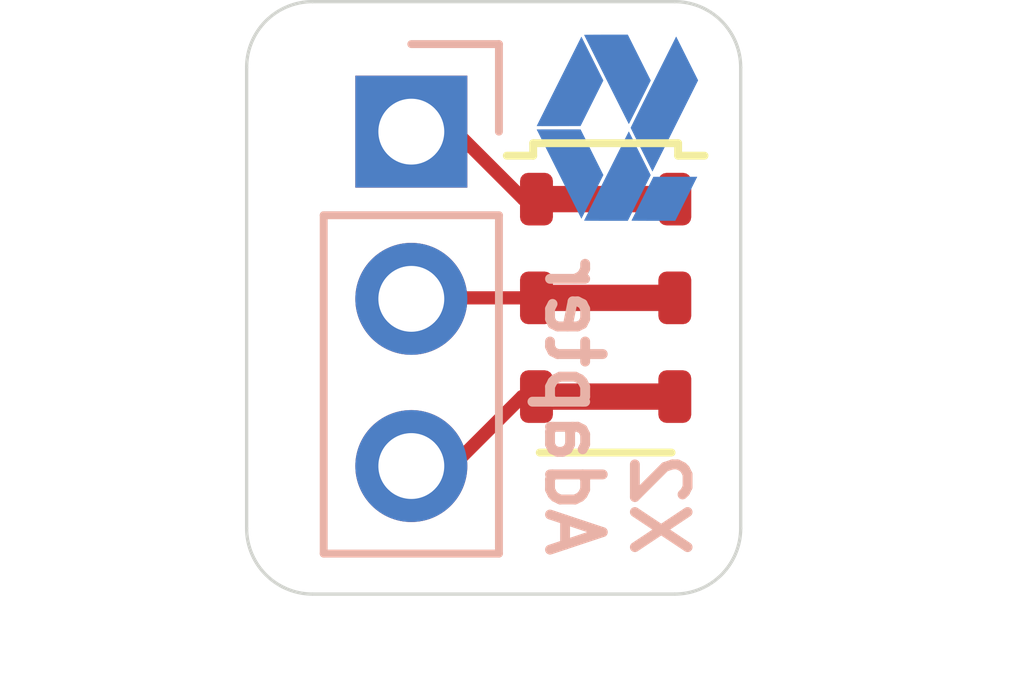
<source format=kicad_pcb>
(kicad_pcb (version 20240108) (generator "pcbnew") (generator_version "8.0")
  (layers (0 "F.Cu" signal) (31 "B.Cu" signal) (34 "B.Paste" user) (35 "F.Paste" user) (36 "B.SilkS" user "B.Silkscreen") (37 "F.SilkS" user "F.Silkscreen") (38 "B.Mask" user) (39 "F.Mask" user) (44 "Edge.Cuts" user))
  (net 0 "")
  (net 1 "Net-(J1-Pin_1)")
  (net 2 "Net-(J1-Pin_3)")
  (net 3 "Net-(J1-Pin_2)")
  (footprint "Crystal:Resonator_SMD_Murata_CSTCR_4.5x2x1.15mm" (layer "F.Cu") (at 150 107.325)
    (property "Reference" "Y1" (hide yes))
    (property "Value" "Resonator_Small")
    (fp_line (start -1.1 -2.35) (end -1.1 -2.16) (stroke (width 0.12)) (layer "F.SilkS"))
    (fp_line (start -1.1 -2.16) (end -1.5 -2.16) (stroke (width 0.12)) (layer "F.SilkS"))
    (fp_line (start 1 2.35) (end -1 2.35) (stroke (width 0.12)) (layer "F.SilkS"))
    (fp_line (start 1.1 -2.35) (end -1.1 -2.35) (stroke (width 0.12)) (layer "F.SilkS"))
    (fp_line (start 1.1 -2.35) (end 1.1 -2.16) (stroke (width 0.12)) (layer "F.SilkS"))
    (fp_line (start 1.1 -2.16) (end 1.5 -2.16) (stroke (width 0.12)) (layer "F.SilkS"))
    (pad "1" smd roundrect (at -1.05 -1.5) (size 0.5 0.8) (layers "F.Cu" "F.Paste" "F.Mask") (net 1 "Net-(J1-Pin_1)"))
    (pad "1" smd rect (at 0 -1.5 270) (size 0.4 1.7) (layers "F.Cu" "F.Paste" "F.Mask") (net 1 "Net-(J1-Pin_1)"))
    (pad "1" smd roundrect (at 1.05 -1.5) (size 0.5 0.8) (layers "F.Cu" "F.Paste" "F.Mask") (net 1 "Net-(J1-Pin_1)"))
    (pad "2" smd roundrect (at -1.05 0) (size 0.5 0.8) (layers "F.Cu" "F.Paste" "F.Mask") (net 3 "Net-(J1-Pin_2)"))
    (pad "2" smd rect (at 0 0 270) (size 0.4 1.7) (layers "F.Cu" "F.Paste" "F.Mask") (net 3 "Net-(J1-Pin_2)"))
    (pad "2" smd roundrect (at 1.05 0) (size 0.5 0.8) (layers "F.Cu" "F.Paste" "F.Mask") (net 3 "Net-(J1-Pin_2)"))
    (pad "3" smd roundrect (at -1.05 1.5) (size 0.5 0.8) (layers "F.Cu" "F.Paste" "F.Mask") (net 2 "Net-(J1-Pin_3)"))
    (pad "3" smd rect (at 0 1.5 270) (size 0.4 1.7) (layers "F.Cu" "F.Paste" "F.Mask") (net 2 "Net-(J1-Pin_3)"))
    (pad "3" smd roundrect (at 1.05 1.5) (size 0.5 0.8) (layers "F.Cu" "F.Paste" "F.Mask") (net 2 "Net-(J1-Pin_3)"))
  )
  (footprint "Connector_PinHeader_2.54mm:PinHeader_1x03_P2.54mm_Vertical" (layer "B.Cu") (at 147.05 104.8 180)
    (property "Reference" "J1" (hide yes))
    (property "Value" "Conn_01x03_Pin")
    (fp_line (start 1.33 -1.27) (end -1.33 -1.27) (stroke (width 0.12)) (layer "B.SilkS"))
    (fp_line (start 1.33 -6.41) (end 1.33 -1.27) (stroke (width 0.12)) (layer "B.SilkS"))
    (fp_line (start 1.33 -6.41) (end -1.33 -6.41) (stroke (width 0.12)) (layer "B.SilkS"))
    (fp_line (start 0 1.33) (end -1.33 1.33) (stroke (width 0.12)) (layer "B.SilkS"))
    (fp_line (start -1.33 1.33) (end -1.33 0) (stroke (width 0.12)) (layer "B.SilkS"))
    (fp_line (start -1.33 -6.41) (end -1.33 -1.27) (stroke (width 0.12)) (layer "B.SilkS"))
    (pad "1" thru_hole rect (at 0 0 180) (size 1.7 1.7) (drill 1) (layers "*.Cu" "*.Mask") (net 1 "Net-(J1-Pin_1)"))
    (pad "2" thru_hole oval (at 0 -2.54 180) (size 1.7 1.7) (drill 1) (layers "*.Cu" "*.Mask") (net 3 "Net-(J1-Pin_2)"))
    (pad "3" thru_hole oval (at 0 -5.08 180) (size 1.7 1.7) (drill 1) (layers "*.Cu" "*.Mask") (net 2 "Net-(J1-Pin_3)"))
  )
  (footprint "Custom:KS_Logo" (layer "B.Cu") (at 150.05 104.825 90)
    (property "Reference" "G***" (hide yes))
    (property "Value" "LOGO" (hide yes))
    (fp_poly (pts (xy -0.6604 1.007702) (xy -0.6604 0.674309) (xy -0.992724 0.508164) (xy -1.042218 0.483431) (xy -1.08953 0.459811) (xy -1.134115 0.437576) (xy -1.175426 0.416995) (xy -1.212919 0.398342) (xy -1.246048 0.381885) (xy -1.274268 0.367897) (xy -1.297032 0.356648) (xy -1.313796 0.348409) (xy -1.324014 0.343451) (xy -1.327157 0.342018) (xy -1.327489 0.346145) (xy -1.327804 0.358098) (xy -1.3281 0.377239) (xy -1.328371 0.402928) (xy -1.328614 0.434524) (xy -1.328825 0.471389) (xy -1.328999 0.512882) (xy -1.329134 0.558364) (xy -1.329223 0.607195) (xy -1.329265 0.658736) (xy -1.329267 0.674329) (xy -1.329267 1.006641) (xy -0.994834 1.173868) (xy -0.6604 1.341095)) (fill solid) (layer "B.Cu"))
    (fp_poly (pts (xy 1.135583 -0.251173) (xy 1.469003 -0.41784) (xy 0.790593 -0.757343) (xy 0.719497 -0.792918) (xy 0.650441 -0.827463) (xy 0.583806 -0.860788) (xy 0.519971 -0.892704) (xy 0.459316 -0.923022) (xy 0.402222 -0.95155) (xy 0.349068 -0.9781) (xy 0.300235 -1.002482) (xy 0.256104 -1.024505) (xy 0.217053 -1.043981) (xy 0.183464 -1.060719) (xy 0.155715 -1.07453) (xy 0.134189 -1.085224) (xy 0.119264 -1.09261) (xy 0.111321 -1.0965) (xy 0.110066 -1.097081) (xy 0.109746 -1.092991) (xy 0.109466 -1.081073) (xy 0.109228 -1.061965) (xy 0.109033 -1.036304) (xy 0.108885 -1.004729) (xy 0.108785 -0.967878) (xy 0.108735 -0.926389) (xy 0.108738 -0.8809) (xy 0.108795 -0.832049) (xy 0.108908 -0.780474) (xy 0.108956 -0.76397) (xy 0.109962 -0.430626) (xy 0.456062 -0.257566) (xy 0.802163 -0.084506)) (fill solid) (layer "B.Cu"))
    (fp_poly (pts (xy 1.137702 1.1871) (xy 1.471066 1.020407) (xy 0.779988 0.674862) (xy 0.708173 0.63897) (xy 0.638364 0.60411) (xy 0.57094 0.570472) (xy 0.506279 0.538242) (xy 0.444761 0.507609) (xy 0.386763 0.47876) (xy 0.332666 0.451883) (xy 0.282848 0.427167) (xy 0.237688 0.404799) (xy 0.197565 0.384966) (xy 0.162857 0.367857) (xy 0.133944 0.35366) (xy 0.111204 0.342563) (xy 0.095016 0.334752) (xy 0.085759 0.330417) (xy 0.083613 0.329551) (xy 0.079117 0.331441) (xy 0.067608 0.336861) (xy 0.049642 0.345535) (xy 0.025772 0.357191) (xy -0.003448 0.371556) (xy -0.037465 0.388356) (xy -0.075726 0.407317) (xy -0.117675 0.428167) (xy -0.162761 0.450632) (xy -0.210428 0.474439) (xy -0.251875 0.495181) (xy -0.582067 0.660579) (xy 0.111135 1.007186) (xy 0.804338 1.353792)) (fill solid) (layer "B.Cu"))
    (fp_poly (pts (xy -0.287213 -0.257325) (xy 0.059266 -0.430523) (xy 0.059266 -0.763919) (xy 0.059253 -0.816219) (xy 0.059215 -0.865995) (xy 0.059155 -0.912611) (xy 0.059073 -0.955428) (xy 0.058973 -0.993806) (xy 0.058856 -1.027109) (xy 0.058724 -1.054697) (xy 0.058579 -1.075932) (xy 0.058424 -1.090176) (xy 0.058261 -1.096791) (xy 0.058208 -1.097192) (xy 0.054374 -1.095316) (xy 0.043348 -1.089839) (xy 0.025511 -1.080951) (xy 0.001241 -1.068843) (xy -0.02908 -1.053703) (xy -0.065074 -1.035722) (xy -0.106361 -1.01509) (xy -0.152561 -0.991996) (xy -0.203295 -0.96663) (xy -0.258183 -0.939182) (xy -0.316845 -0.909841) (xy -0.378902 -0.878798) (xy -0.443973 -0.846242) (xy -0.51168 -0.812364) (xy -0.581642 -0.777352) (xy -0.620184 -0.758062) (xy -0.691208 -0.722512) (xy -0.760181 -0.687984) (xy -0.826723 -0.654669) (xy -0.890455 -0.622757) (xy -0.950995 -0.592439) (xy -1.007966 -0.563903) (xy -1.060987 -0.537342) (xy -1.109678 -0.512945) (xy -1.153659 -0.490902) (xy -1.192552 -0.471404) (xy -1.225976 -0.45464) (xy -1.253552 -0.440802) (xy -1.2749 -0.430079) (xy -1.289639 -0.422661) (xy -1.297392 -0.41874) (xy -1.298539 -0.418143) (xy -1.294996 -0.416159) (xy -1.284417 -0.410665) (xy -1.26734 -0.401932) (xy -1.244304 -0.390232) (xy -1.215847 -0.375837) (xy -1.182509 -0.359019) (xy -1.144828 -0.340048) (xy -1.103342 -0.319198) (xy -1.05859 -0.29674) (xy -1.01111 -0.272945) (xy -0.966626 -0.250679) (xy -0.633692 -0.084127)) (fill solid) (layer "B.Cu"))
    (fp_poly (pts (xy 1.150505 0.461032) (xy 1.498599 0.286974) (xy 1.498599 -0.045336) (xy 1.498559 -0.097546) (xy 1.498445 -0.147229) (xy 1.498262 -0.193747) (xy 1.498017 -0.23646) (xy 1.497715 -0.27473) (xy 1.497363 -0.307917) (xy 1.496967 -0.335383) (xy 1.496532 -0.356488) (xy 1.496066 -0.370593) (xy 1.495573 -0.377059) (xy 1.495424 -0.377414) (xy 1.491365 -0.375525) (xy 1.480117 -0.370034) (xy 1.462062 -0.361132) (xy 1.437582 -0.349008) (xy 1.407057 -0.333854) (xy 1.37087 -0.315858) (xy 1.329402 -0.295212) (xy 1.283033 -0.272104) (xy 1.232147 -0.246727) (xy 1.177124 -0.219268) (xy 1.118345 -0.18992) (xy 1.056193 -0.158871) (xy 0.991049 -0.126313) (xy 0.923293 -0.092434) (xy 0.853309 -0.057426) (xy 0.815974 -0.038745) (xy 0.745014 -0.003222) (xy 0.676117 0.031289) (xy 0.609662 0.0646) (xy 0.546028 0.096518) (xy 0.485594 0.126852) (xy 0.42874 0.155411) (xy 0.375845 0.182006) (xy 0.327289 0.206444) (xy 0.283451 0.228535) (xy 0.24471 0.248088) (xy 0.211446 0.264911) (xy 0.184037 0.278814) (xy 0.162865 0.289605) (xy 0.148306 0.297095) (xy 0.140742 0.30109) (xy 0.139699 0.301726) (xy 0.143397 0.303878) (xy 0.15413 0.309534) (xy 0.171355 0.318419) (xy 0.19453 0.330258) (xy 0.223113 0.344777) (xy 0.256562 0.361701) (xy 0.294333 0.380757) (xy 0.335885 0.401668) (xy 0.380675 0.424162) (xy 0.428162 0.447964) (xy 0.471055 0.469426) (xy 0.802411 0.635089)) (fill solid) (layer "B.Cu"))
    (fp_poly (pts (xy -0.303712 0.468572) (xy -0.254306 0.443865) (xy -0.207094 0.420243) (xy -0.162624 0.397978) (xy -0.121441 0.377344) (xy -0.084089 0.358615) (xy -0.051115 0.342065) (xy -0.023063 0.327967) (xy -0.00048 0.316596) (xy 0.016088 0.308225) (xy 0.026098 0.303128) (xy 0.029043 0.301572) (xy 0.025469 0.299594) (xy 0.014781 0.294064) (xy -0.002559 0.285215) (xy -0.02609 0.273278) (xy -0.05535 0.258483) (xy -0.089878 0.241062) (xy -0.129211 0.221245) (xy -0.17289 0.199264) (xy -0.220451 0.175351) (xy -0.271434 0.149735) (xy -0.325378 0.12265) (xy -0.38182 0.094324) (xy -0.440299 0.06499) (xy -0.500354 0.034879) (xy -0.561523 0.004221) (xy -0.623345 -0.026752) (xy -0.685359 -0.057809) (xy -0.747102 -0.088718) (xy -0.808114 -0.11925) (xy -0.867932 -0.149172) (xy -0.926096 -0.178253) (xy -0.982143 -0.206263) (xy -1.035613 -0.23297) (xy -1.086044 -0.258143) (xy -1.132975 -0.281551) (xy -1.175943 -0.302962) (xy -1.214488 -0.322147) (xy -1.248148 -0.338873) (xy -1.276461 -0.35291) (xy -1.298966 -0.364026) (xy -1.315202 -0.37199) (xy -1.324707 -0.376571) (xy -1.327145 -0.377648) (xy -1.327478 -0.373521) (xy -1.327796 -0.361567) (xy -1.328093 -0.342426) (xy -1.328366 -0.316738) (xy -1.32861 -0.285141) (xy -1.328822 -0.248277) (xy -1.328998 -0.206784) (xy -1.329133 -0.161302) (xy -1.329223 -0.11247) (xy -1.329265 -0.06093) (xy -1.329267 -0.045336) (xy -1.329267 0.286974) (xy -0.982104 0.460566) (xy -0.634941 0.634158)) (fill solid) (layer "B.Cu"))
  )
  (gr_line (start 144.55 103.825) (end 144.55 110.825) (stroke (width 0.05)) (layer "Edge.Cuts"))
  (gr_arc (start 144.55 103.825) (mid 144.842893 103.117893) (end 145.55 102.825) (stroke (width 0.05)) (layer "Edge.Cuts"))
  (gr_arc (start 151.05 102.825) (mid 151.757107 103.117893) (end 152.05 103.825) (stroke (width 0.05)) (layer "Edge.Cuts"))
  (gr_line (start 152.05 110.825) (end 152.05 103.825) (stroke (width 0.05)) (layer "Edge.Cuts"))
  (gr_line (start 145.55 111.825) (end 151.05 111.825) (stroke (width 0.05)) (layer "Edge.Cuts"))
  (gr_arc (start 152.05 110.825) (mid 151.757107 111.532107) (end 151.05 111.825) (stroke (width 0.05)) (layer "Edge.Cuts"))
  (gr_arc (start 145.55 111.825) (mid 144.842893 111.532107) (end 144.55 110.825) (stroke (width 0.05)) (layer "Edge.Cuts"))
  (gr_line (start 151.05 102.825) (end 145.55 102.825) (stroke (width 0.05)) (layer "Edge.Cuts"))
  (gr_text "X2\nAdapter" (at 149.05 111.325 270) (layer "B.SilkS") (effects (font (size 0.8 0.8)) (justify left bottom mirror)))
  (segment (start 148.751 105.825) (end 150 105.825) (width 0.2) (layer "F.Cu") (net 1))
  (segment (start 147.726 104.8) (end 148.751 105.825) (width 0.2) (layer "F.Cu") (net 1))
  (segment (start 147.05 104.8) (end 147.726 104.8) (width 0.2) (layer "F.Cu") (net 1))
  (segment (start 147.676 109.88) (end 147.05 109.88) (width 0.2) (layer "F.Cu") (net 2))
  (segment (start 148.731 108.825) (end 147.676 109.88) (width 0.2) (layer "F.Cu") (net 2))
  (segment (start 150 108.825) (end 148.731 108.825) (width 0.2) (layer "F.Cu") (net 2))
  (segment (start 147.065 107.325) (end 147.05 107.34) (width 0.2) (layer "F.Cu") (net 3))
  (segment (start 149.9 107.325) (end 147.065 107.325) (width 0.2) (layer "F.Cu") (net 3))
)
</source>
